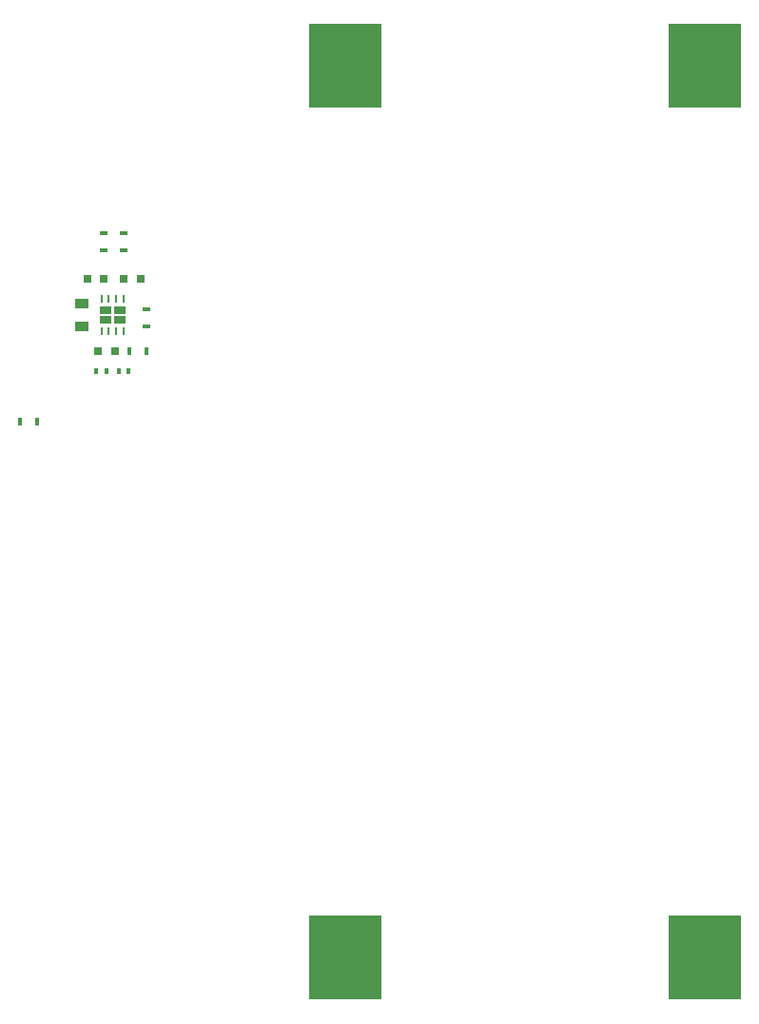
<source format=gbr>
G04 #@! TF.FileFunction,Paste,Top*
%FSLAX46Y46*%
G04 Gerber Fmt 4.6, Leading zero omitted, Abs format (unit mm)*
G04 Created by KiCad (PCBNEW 4.0.7-e2-6376~58~ubuntu16.04.1) date Thu Mar 22 01:15:54 2018*
%MOMM*%
%LPD*%
G01*
G04 APERTURE LIST*
%ADD10C,0.100000*%
%ADD11R,0.250000X0.750000*%
%ADD12R,1.000000X0.650000*%
%ADD13R,0.400000X0.800000*%
%ADD14R,0.800000X0.400000*%
%ADD15R,0.360000X0.560000*%
%ADD16R,0.700000X0.650000*%
%ADD17R,1.150000X0.900000*%
%ADD18R,6.470000X7.460000*%
G04 APERTURE END LIST*
D10*
D11*
X115275000Y-71025000D03*
X115925000Y-71025000D03*
X117225000Y-71025000D03*
X116575000Y-71025000D03*
X116575000Y-73975000D03*
X115275000Y-73975000D03*
X115925000Y-73975000D03*
X117225000Y-73975000D03*
D12*
X115625000Y-72950000D03*
X115625000Y-72050000D03*
X116875000Y-72950000D03*
X116875000Y-72050000D03*
D13*
X119250000Y-75750000D03*
X117750000Y-75750000D03*
D14*
X115500000Y-65250000D03*
X115500000Y-66750000D03*
X117250000Y-65250000D03*
X117250000Y-66750000D03*
X119250000Y-73500000D03*
X119250000Y-72000000D03*
D15*
X115700000Y-77500000D03*
X114800000Y-77500000D03*
X117700000Y-77500000D03*
X116800000Y-77500000D03*
D16*
X116500000Y-75750000D03*
X115000000Y-75750000D03*
D17*
X113500000Y-71500000D03*
X113500000Y-73500000D03*
D16*
X115500000Y-69250000D03*
X114000000Y-69250000D03*
X118750000Y-69250000D03*
X117250000Y-69250000D03*
D18*
X169000000Y-129670000D03*
X169000000Y-50330000D03*
X137000000Y-50330000D03*
X137000000Y-129670000D03*
D13*
X109550000Y-82000000D03*
X108050000Y-82000000D03*
M02*

</source>
